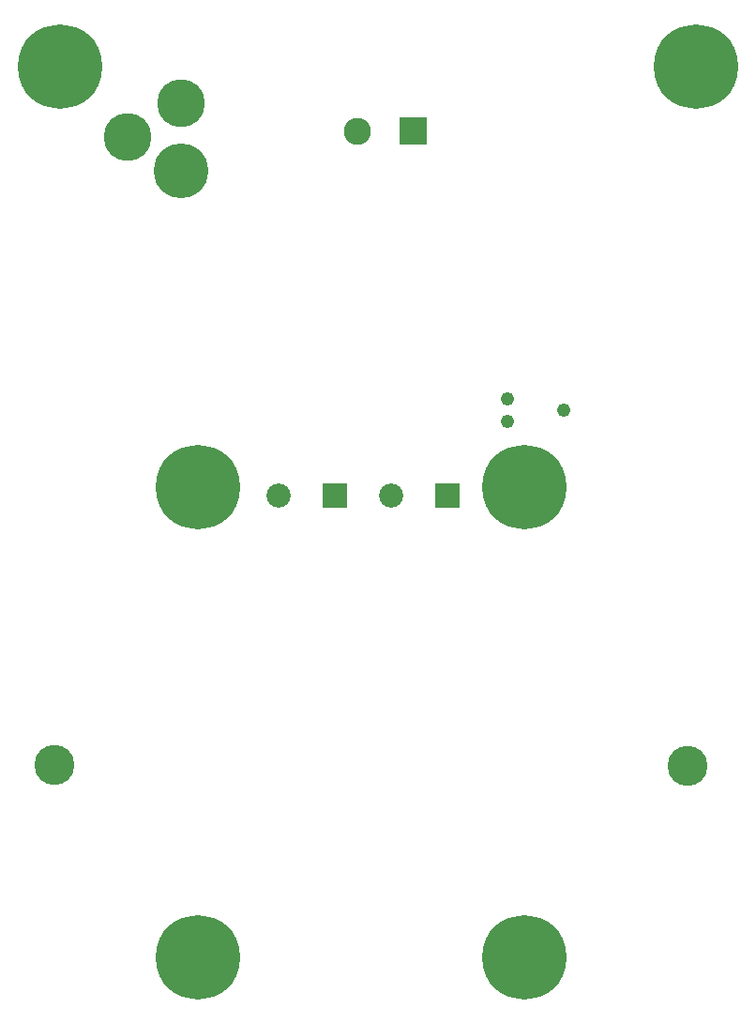
<source format=gbr>
G04 start of page 8 for group -4062 idx -4062 *
G04 Title: (unknown), soldermask *
G04 Creator: pcb 4.0.2 *
G04 CreationDate: Mon Nov 22 04:13:10 2021 UTC *
G04 For: ndholmes *
G04 Format: Gerber/RS-274X *
G04 PCB-Dimensions (mil): 2600.00 3500.00 *
G04 PCB-Coordinate-Origin: lower left *
%MOIN*%
%FSLAX25Y25*%
%LNBOTTOMMASK*%
%ADD76C,0.0860*%
%ADD75C,0.0960*%
%ADD74C,0.0001*%
%ADD73C,0.0490*%
%ADD72C,0.2997*%
%ADD71C,0.1700*%
%ADD70C,0.1950*%
%ADD69C,0.1420*%
G54D69*X15000Y85000D03*
G54D70*X60000Y296000D03*
G54D71*Y320000D03*
X41000Y308000D03*
G54D72*X17000Y333000D03*
G54D69*X240000Y84500D03*
G54D73*X196000Y211000D03*
X176000Y207000D03*
Y215000D03*
G54D74*G36*
X137700Y314800D02*Y305200D01*
X147300D01*
Y314800D01*
X137700D01*
G37*
G54D75*X122500Y310000D03*
G54D72*X243000Y333000D03*
X182000Y16500D03*
X66000D03*
Y183500D03*
G54D74*G36*
X110200Y184800D02*Y176200D01*
X118800D01*
Y184800D01*
X110200D01*
G37*
G54D76*X94500Y180500D03*
X134500D03*
G54D72*X182000Y183500D03*
G54D74*G36*
X150200Y184800D02*Y176200D01*
X158800D01*
Y184800D01*
X150200D01*
G37*
M02*

</source>
